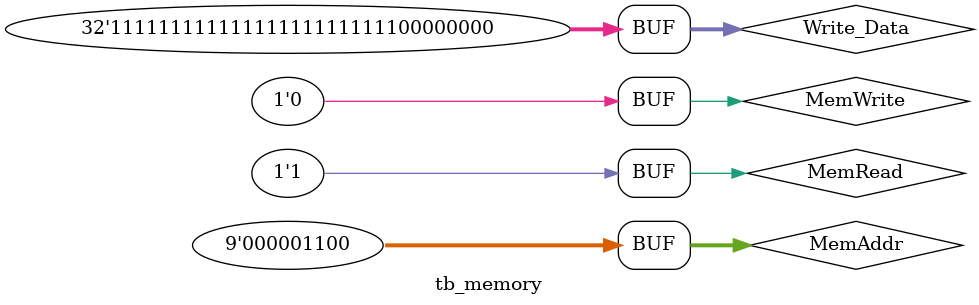
<source format=v>
`timescale 1ns / 1ps


module tb_memory;

	// Inputs
	reg [8:0] MemAddr;
	reg MemRead;
	reg MemWrite;
	reg [31:0] Write_Data;

	// Outputs
	wire [31:0] Read_Data;
	// Instantiate the Unit Under Test (UUT)
	memory uut (
		.MemAddr(MemAddr), 
		.MemRead(MemRead), 
		.MemWrite(MemWrite), 
		.Write_Data(Write_Data), 
		.Read_Data(Read_Data)
	);

	initial begin
		// Initialize Inputs
		MemAddr = 0;
		MemRead = 0;
		MemWrite = 0;
		Write_Data = 0;

		// Write Data
      MemWrite = 1; 
		MemAddr = 9'b0_0000_0000; 
		Write_Data = 32'b 00000000_00000010_11001001_00000011;
		#100
		MemAddr = 9'b0_0000_0001;
		Write_Data = 32'b 11111110_10010010_00111111_01010101;
		#100
		MemAddr = 9'b0_0000_0100; 
		Write_Data = 32'b 00001111_11110000_00001111_11110000;
		#100
		MemAddr = 9'b0_0000_1000;
		Write_Data = 32'b 11111111_11111111_11111111_00000000;
		#100
		// Read Data 
		MemWrite = 0; MemRead = 1;
		MemAddr = 9'b0_0000_0000;
		#100
		MemAddr = 9'b0_0000_0001;
		#100
		MemAddr = 9'b0_0000_0100;
		#100
		MemAddr = 9'b0_0000_1000;
		#100
		MemAddr = 9'b0_0000_1100;
		// Add stimulus here

	end
      
endmodule


</source>
